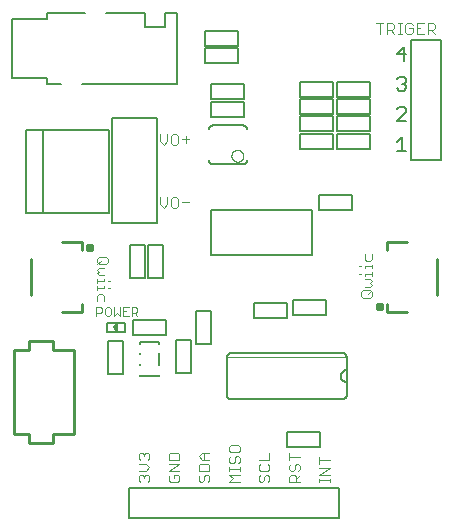
<source format=gbr>
G04 EAGLE Gerber RS-274X export*
G75*
%MOMM*%
%FSLAX34Y34*%
%LPD*%
%AMOC8*
5,1,8,0,0,1.08239X$1,22.5*%
G01*
%ADD10C,0.101600*%
%ADD11C,0.127000*%
%ADD12C,0.076200*%
%ADD13C,0.254000*%
%ADD14C,0.152400*%
%ADD15C,0.050800*%
%ADD16C,0.203200*%
%ADD17C,0.400000*%


D10*
X98292Y32512D02*
X96766Y34037D01*
X96766Y37088D01*
X98292Y38613D01*
X99817Y38613D01*
X101342Y37088D01*
X101342Y35563D01*
X101342Y37088D02*
X102867Y38613D01*
X104393Y38613D01*
X105918Y37088D01*
X105918Y34037D01*
X104393Y32512D01*
X102867Y41867D02*
X96766Y41867D01*
X102867Y41867D02*
X105918Y44918D01*
X102867Y47968D01*
X96766Y47968D01*
X98292Y51222D02*
X96766Y52748D01*
X96766Y55798D01*
X98292Y57324D01*
X99817Y57324D01*
X101342Y55798D01*
X101342Y54273D01*
X101342Y55798D02*
X102867Y57324D01*
X104393Y57324D01*
X105918Y55798D01*
X105918Y52748D01*
X104393Y51222D01*
X122166Y37088D02*
X123692Y38613D01*
X122166Y37088D02*
X122166Y34037D01*
X123692Y32512D01*
X129793Y32512D01*
X131318Y34037D01*
X131318Y37088D01*
X129793Y38613D01*
X126742Y38613D01*
X126742Y35563D01*
X131318Y41867D02*
X122166Y41867D01*
X131318Y47968D01*
X122166Y47968D01*
X122166Y51222D02*
X131318Y51222D01*
X131318Y55798D01*
X129793Y57324D01*
X123692Y57324D01*
X122166Y55798D01*
X122166Y51222D01*
X147566Y37088D02*
X149092Y38613D01*
X147566Y37088D02*
X147566Y34037D01*
X149092Y32512D01*
X150617Y32512D01*
X152142Y34037D01*
X152142Y37088D01*
X153667Y38613D01*
X155193Y38613D01*
X156718Y37088D01*
X156718Y34037D01*
X155193Y32512D01*
X156718Y41867D02*
X147566Y41867D01*
X156718Y41867D02*
X156718Y46443D01*
X155193Y47968D01*
X149092Y47968D01*
X147566Y46443D01*
X147566Y41867D01*
X150617Y51222D02*
X156718Y51222D01*
X150617Y51222D02*
X147566Y54273D01*
X150617Y57324D01*
X156718Y57324D01*
X152142Y57324D02*
X152142Y51222D01*
X173474Y32512D02*
X182626Y32512D01*
X176525Y35563D02*
X173474Y32512D01*
X176525Y35563D02*
X173474Y38613D01*
X182626Y38613D01*
X182626Y41867D02*
X182626Y44918D01*
X182626Y43392D02*
X173474Y43392D01*
X173474Y41867D02*
X173474Y44918D01*
X173474Y52680D02*
X175000Y54205D01*
X173474Y52680D02*
X173474Y49629D01*
X175000Y48104D01*
X176525Y48104D01*
X178050Y49629D01*
X178050Y52680D01*
X179575Y54205D01*
X181101Y54205D01*
X182626Y52680D01*
X182626Y49629D01*
X181101Y48104D01*
X173474Y58984D02*
X173474Y62035D01*
X173474Y58984D02*
X175000Y57459D01*
X181101Y57459D01*
X182626Y58984D01*
X182626Y62035D01*
X181101Y63560D01*
X175000Y63560D01*
X173474Y62035D01*
X198366Y36834D02*
X199892Y38359D01*
X198366Y36834D02*
X198366Y33783D01*
X199892Y32258D01*
X201417Y32258D01*
X202942Y33783D01*
X202942Y36834D01*
X204467Y38359D01*
X205993Y38359D01*
X207518Y36834D01*
X207518Y33783D01*
X205993Y32258D01*
X198366Y46189D02*
X199892Y47714D01*
X198366Y46189D02*
X198366Y43138D01*
X199892Y41613D01*
X205993Y41613D01*
X207518Y43138D01*
X207518Y46189D01*
X205993Y47714D01*
X207518Y50968D02*
X198366Y50968D01*
X207518Y50968D02*
X207518Y57070D01*
X224274Y32258D02*
X233426Y32258D01*
X224274Y32258D02*
X224274Y36834D01*
X225800Y38359D01*
X228850Y38359D01*
X230375Y36834D01*
X230375Y32258D01*
X230375Y35309D02*
X233426Y38359D01*
X224274Y46189D02*
X225800Y47714D01*
X224274Y46189D02*
X224274Y43138D01*
X225800Y41613D01*
X227325Y41613D01*
X228850Y43138D01*
X228850Y46189D01*
X230375Y47714D01*
X231901Y47714D01*
X233426Y46189D01*
X233426Y43138D01*
X231901Y41613D01*
X233426Y54019D02*
X224274Y54019D01*
X224274Y50968D02*
X224274Y57070D01*
X258572Y35309D02*
X258572Y32258D01*
X258572Y33783D02*
X249420Y33783D01*
X249420Y32258D02*
X249420Y35309D01*
X249420Y38495D02*
X258572Y38495D01*
X258572Y44596D02*
X249420Y38495D01*
X249420Y44596D02*
X258572Y44596D01*
X258572Y50901D02*
X249420Y50901D01*
X249420Y53951D02*
X249420Y47850D01*
X69095Y223012D02*
X62993Y223012D01*
X69095Y223012D02*
X70620Y221487D01*
X70620Y218436D01*
X69095Y216911D01*
X62993Y216911D01*
X61468Y218436D01*
X61468Y221487D01*
X62993Y223012D01*
X64519Y219961D02*
X61468Y216911D01*
X62993Y213657D02*
X67569Y213657D01*
X62993Y213657D02*
X61468Y212132D01*
X62993Y210606D01*
X61468Y209081D01*
X62993Y207556D01*
X67569Y207556D01*
X67569Y204302D02*
X67569Y202776D01*
X61468Y202776D01*
X61468Y201251D02*
X61468Y204302D01*
X70620Y202776D02*
X72145Y202776D01*
X67569Y198065D02*
X67569Y196540D01*
X61468Y196540D01*
X61468Y198065D02*
X61468Y195014D01*
X70620Y196540D02*
X72145Y196540D01*
X67569Y190303D02*
X67569Y185727D01*
X67569Y190303D02*
X66044Y191828D01*
X62993Y191828D01*
X61468Y190303D01*
X61468Y185727D01*
X286506Y188468D02*
X292607Y188468D01*
X286506Y188468D02*
X284980Y189993D01*
X284980Y193044D01*
X286506Y194569D01*
X292607Y194569D01*
X294132Y193044D01*
X294132Y189993D01*
X292607Y188468D01*
X291081Y191519D02*
X294132Y194569D01*
X292607Y197823D02*
X288031Y197823D01*
X292607Y197823D02*
X294132Y199348D01*
X292607Y200874D01*
X294132Y202399D01*
X292607Y203924D01*
X288031Y203924D01*
X288031Y207178D02*
X288031Y208704D01*
X294132Y208704D01*
X294132Y210229D02*
X294132Y207178D01*
X284980Y208704D02*
X283455Y208704D01*
X288031Y213415D02*
X288031Y214940D01*
X294132Y214940D01*
X294132Y213415D02*
X294132Y216466D01*
X284980Y214940D02*
X283455Y214940D01*
X288031Y221177D02*
X288031Y225753D01*
X288031Y221177D02*
X289556Y219652D01*
X292607Y219652D01*
X294132Y221177D01*
X294132Y225753D01*
X300739Y411988D02*
X300739Y421140D01*
X303789Y421140D02*
X297688Y421140D01*
X307043Y421140D02*
X307043Y411988D01*
X307043Y421140D02*
X311619Y421140D01*
X313144Y419615D01*
X313144Y416564D01*
X311619Y415039D01*
X307043Y415039D01*
X310094Y415039D02*
X313144Y411988D01*
X316398Y411988D02*
X319449Y411988D01*
X317924Y411988D02*
X317924Y421140D01*
X319449Y421140D02*
X316398Y421140D01*
X327211Y421140D02*
X328736Y419615D01*
X327211Y421140D02*
X324160Y421140D01*
X322635Y419615D01*
X322635Y413513D01*
X324160Y411988D01*
X327211Y411988D01*
X328736Y413513D01*
X328736Y416564D01*
X325686Y416564D01*
X331990Y421140D02*
X338092Y421140D01*
X331990Y421140D02*
X331990Y411988D01*
X338092Y411988D01*
X335041Y416564D02*
X331990Y416564D01*
X341346Y411988D02*
X341346Y421140D01*
X345921Y421140D01*
X347447Y419615D01*
X347447Y416564D01*
X345921Y415039D01*
X341346Y415039D01*
X344396Y415039D02*
X347447Y411988D01*
D11*
X319408Y324495D02*
X315595Y320682D01*
X319408Y324495D02*
X319408Y313055D01*
X315595Y313055D02*
X323222Y313055D01*
X323222Y338455D02*
X315595Y338455D01*
X323222Y346082D01*
X323222Y347988D01*
X321315Y349895D01*
X317502Y349895D01*
X315595Y347988D01*
X315595Y373388D02*
X317502Y375295D01*
X321315Y375295D01*
X323222Y373388D01*
X323222Y371482D01*
X321315Y369575D01*
X319408Y369575D01*
X321315Y369575D02*
X323222Y367668D01*
X323222Y365762D01*
X321315Y363855D01*
X317502Y363855D01*
X315595Y365762D01*
X321315Y389255D02*
X321315Y400695D01*
X315595Y394975D01*
X323222Y394975D01*
D10*
X114808Y327160D02*
X114808Y321059D01*
X117859Y318008D01*
X120909Y321059D01*
X120909Y327160D01*
X125688Y327160D02*
X128739Y327160D01*
X125688Y327160D02*
X124163Y325635D01*
X124163Y319533D01*
X125688Y318008D01*
X128739Y318008D01*
X130264Y319533D01*
X130264Y325635D01*
X128739Y327160D01*
X133518Y322584D02*
X139620Y322584D01*
X136569Y325635D02*
X136569Y319533D01*
X114808Y273820D02*
X114808Y267719D01*
X117859Y264668D01*
X120909Y267719D01*
X120909Y273820D01*
X125688Y273820D02*
X128739Y273820D01*
X125688Y273820D02*
X124163Y272295D01*
X124163Y266193D01*
X125688Y264668D01*
X128739Y264668D01*
X130264Y266193D01*
X130264Y272295D01*
X128739Y273820D01*
X133518Y269244D02*
X139620Y269244D01*
D12*
X60833Y180473D02*
X60833Y173101D01*
X60833Y180473D02*
X64519Y180473D01*
X65748Y179245D01*
X65748Y176787D01*
X64519Y175558D01*
X60833Y175558D01*
X69546Y180473D02*
X72003Y180473D01*
X69546Y180473D02*
X68317Y179245D01*
X68317Y174330D01*
X69546Y173101D01*
X72003Y173101D01*
X73232Y174330D01*
X73232Y179245D01*
X72003Y180473D01*
X75801Y180473D02*
X75801Y173101D01*
X78259Y175558D01*
X80716Y173101D01*
X80716Y180473D01*
X83285Y180473D02*
X88200Y180473D01*
X83285Y180473D02*
X83285Y173101D01*
X88200Y173101D01*
X85743Y176787D02*
X83285Y176787D01*
X90770Y173101D02*
X90770Y180473D01*
X94456Y180473D01*
X95684Y179245D01*
X95684Y176787D01*
X94456Y175558D01*
X90770Y175558D01*
X93227Y175558D02*
X95684Y173101D01*
D13*
X42404Y144484D02*
X42404Y73364D01*
X24624Y73364D01*
X24624Y65744D01*
X4304Y65744D01*
X4304Y73364D01*
X-8396Y73364D01*
X-8396Y144484D01*
X4304Y144484D01*
X4304Y152104D01*
X24624Y152104D01*
X24624Y144484D01*
X42404Y144484D01*
D11*
X-10896Y374542D02*
X-10896Y424542D01*
X129104Y429542D02*
X129104Y369542D01*
X104Y374542D02*
X-10896Y374542D01*
X-10896Y424542D02*
X19104Y424542D01*
X19104Y369542D02*
X31104Y369542D01*
X19104Y424542D02*
X19104Y429542D01*
X51104Y429542D01*
X49104Y369542D02*
X129104Y369542D01*
X129104Y429542D02*
X119104Y429542D01*
X102104Y429542D02*
X69104Y429542D01*
D14*
X119104Y429542D02*
X119104Y417542D01*
X102104Y417542D01*
X102104Y429542D01*
D11*
X19104Y373542D02*
X19104Y369542D01*
X19104Y373542D02*
X19104Y374542D01*
X104Y374542D01*
D14*
X175182Y102796D02*
X269162Y102796D01*
X175182Y141912D02*
X175060Y141910D01*
X174938Y141904D01*
X174816Y141894D01*
X174695Y141881D01*
X174574Y141863D01*
X174454Y141842D01*
X174334Y141816D01*
X174216Y141787D01*
X174098Y141755D01*
X173981Y141718D01*
X173866Y141678D01*
X173752Y141634D01*
X173640Y141586D01*
X173529Y141535D01*
X173420Y141480D01*
X173312Y141422D01*
X173207Y141360D01*
X173104Y141295D01*
X173002Y141227D01*
X172903Y141155D01*
X172807Y141081D01*
X172712Y141003D01*
X172621Y140922D01*
X172531Y140839D01*
X172445Y140753D01*
X172362Y140663D01*
X172281Y140572D01*
X172203Y140477D01*
X172129Y140381D01*
X172057Y140282D01*
X171989Y140180D01*
X171924Y140077D01*
X171862Y139972D01*
X171804Y139864D01*
X171749Y139755D01*
X171698Y139644D01*
X171650Y139532D01*
X171606Y139418D01*
X171566Y139303D01*
X171529Y139186D01*
X171497Y139068D01*
X171468Y138950D01*
X171442Y138830D01*
X171421Y138710D01*
X171403Y138589D01*
X171390Y138468D01*
X171380Y138346D01*
X171374Y138224D01*
X171372Y138102D01*
X269162Y102796D02*
X269284Y102798D01*
X269406Y102804D01*
X269528Y102814D01*
X269649Y102827D01*
X269770Y102845D01*
X269890Y102866D01*
X270010Y102892D01*
X270128Y102921D01*
X270246Y102953D01*
X270363Y102990D01*
X270478Y103030D01*
X270592Y103074D01*
X270704Y103122D01*
X270815Y103173D01*
X270924Y103228D01*
X271032Y103286D01*
X271137Y103348D01*
X271240Y103413D01*
X271342Y103481D01*
X271441Y103553D01*
X271537Y103627D01*
X271632Y103705D01*
X271723Y103786D01*
X271813Y103869D01*
X271899Y103955D01*
X271982Y104045D01*
X272063Y104136D01*
X272141Y104231D01*
X272215Y104327D01*
X272287Y104426D01*
X272355Y104528D01*
X272420Y104631D01*
X272482Y104736D01*
X272540Y104844D01*
X272595Y104953D01*
X272646Y105064D01*
X272694Y105176D01*
X272738Y105290D01*
X272778Y105405D01*
X272815Y105522D01*
X272847Y105640D01*
X272876Y105758D01*
X272902Y105878D01*
X272923Y105998D01*
X272941Y106119D01*
X272954Y106240D01*
X272964Y106362D01*
X272970Y106484D01*
X272972Y106606D01*
X175182Y102796D02*
X175060Y102798D01*
X174938Y102804D01*
X174816Y102814D01*
X174695Y102827D01*
X174574Y102845D01*
X174454Y102866D01*
X174334Y102892D01*
X174216Y102921D01*
X174098Y102953D01*
X173981Y102990D01*
X173866Y103030D01*
X173752Y103074D01*
X173640Y103122D01*
X173529Y103173D01*
X173420Y103228D01*
X173312Y103286D01*
X173207Y103348D01*
X173104Y103413D01*
X173002Y103481D01*
X172903Y103553D01*
X172807Y103627D01*
X172712Y103705D01*
X172621Y103786D01*
X172531Y103869D01*
X172445Y103955D01*
X172362Y104045D01*
X172281Y104136D01*
X172203Y104231D01*
X172129Y104327D01*
X172057Y104426D01*
X171989Y104528D01*
X171924Y104631D01*
X171862Y104736D01*
X171804Y104844D01*
X171749Y104953D01*
X171698Y105064D01*
X171650Y105176D01*
X171606Y105290D01*
X171566Y105405D01*
X171529Y105522D01*
X171497Y105640D01*
X171468Y105758D01*
X171442Y105878D01*
X171421Y105998D01*
X171403Y106119D01*
X171390Y106240D01*
X171380Y106362D01*
X171374Y106484D01*
X171372Y106606D01*
X269162Y141912D02*
X269284Y141910D01*
X269406Y141904D01*
X269528Y141894D01*
X269649Y141881D01*
X269770Y141863D01*
X269890Y141842D01*
X270010Y141816D01*
X270128Y141787D01*
X270246Y141755D01*
X270363Y141718D01*
X270478Y141678D01*
X270592Y141634D01*
X270704Y141586D01*
X270815Y141535D01*
X270924Y141480D01*
X271032Y141422D01*
X271137Y141360D01*
X271240Y141295D01*
X271342Y141227D01*
X271441Y141155D01*
X271537Y141081D01*
X271632Y141003D01*
X271723Y140922D01*
X271813Y140839D01*
X271899Y140753D01*
X271982Y140663D01*
X272063Y140572D01*
X272141Y140477D01*
X272215Y140381D01*
X272287Y140282D01*
X272355Y140180D01*
X272420Y140077D01*
X272482Y139972D01*
X272540Y139864D01*
X272595Y139755D01*
X272646Y139644D01*
X272694Y139532D01*
X272738Y139418D01*
X272778Y139303D01*
X272815Y139186D01*
X272847Y139068D01*
X272876Y138950D01*
X272902Y138830D01*
X272923Y138710D01*
X272941Y138589D01*
X272954Y138468D01*
X272964Y138346D01*
X272970Y138224D01*
X272972Y138102D01*
X269162Y141912D02*
X175182Y141912D01*
X171372Y138102D02*
X171372Y106606D01*
X272972Y106606D02*
X272972Y138102D01*
X272972Y127434D02*
X272831Y127432D01*
X272690Y127426D01*
X272549Y127416D01*
X272408Y127403D01*
X272268Y127385D01*
X272129Y127363D01*
X271990Y127338D01*
X271851Y127309D01*
X271714Y127276D01*
X271578Y127239D01*
X271443Y127198D01*
X271308Y127154D01*
X271176Y127106D01*
X271044Y127054D01*
X270914Y126999D01*
X270786Y126940D01*
X270659Y126877D01*
X270535Y126811D01*
X270412Y126742D01*
X270291Y126669D01*
X270172Y126593D01*
X270055Y126513D01*
X269941Y126430D01*
X269828Y126345D01*
X269719Y126256D01*
X269611Y126164D01*
X269507Y126069D01*
X269405Y125971D01*
X269306Y125870D01*
X269209Y125767D01*
X269116Y125661D01*
X269026Y125553D01*
X268938Y125442D01*
X268854Y125329D01*
X268773Y125213D01*
X268695Y125095D01*
X268620Y124975D01*
X268549Y124853D01*
X268481Y124729D01*
X268417Y124603D01*
X268356Y124476D01*
X268299Y124347D01*
X268246Y124216D01*
X268196Y124084D01*
X268149Y123951D01*
X268107Y123816D01*
X268068Y123680D01*
X268033Y123543D01*
X268002Y123406D01*
X267975Y123267D01*
X267951Y123128D01*
X267932Y122988D01*
X267916Y122848D01*
X267904Y122707D01*
X267896Y122566D01*
X267892Y122425D01*
X267892Y122283D01*
X267896Y122142D01*
X267904Y122001D01*
X267916Y121860D01*
X267932Y121720D01*
X267951Y121580D01*
X267975Y121441D01*
X268002Y121302D01*
X268033Y121165D01*
X268068Y121028D01*
X268107Y120892D01*
X268149Y120757D01*
X268196Y120624D01*
X268246Y120492D01*
X268299Y120361D01*
X268356Y120232D01*
X268417Y120105D01*
X268481Y119979D01*
X268549Y119855D01*
X268620Y119733D01*
X268695Y119613D01*
X268773Y119495D01*
X268854Y119379D01*
X268938Y119266D01*
X269026Y119155D01*
X269116Y119047D01*
X269209Y118941D01*
X269306Y118838D01*
X269405Y118737D01*
X269507Y118639D01*
X269611Y118544D01*
X269719Y118452D01*
X269828Y118363D01*
X269941Y118278D01*
X270055Y118195D01*
X270172Y118115D01*
X270291Y118039D01*
X270412Y117966D01*
X270535Y117897D01*
X270659Y117831D01*
X270786Y117768D01*
X270914Y117709D01*
X271044Y117654D01*
X271176Y117602D01*
X271308Y117554D01*
X271443Y117510D01*
X271578Y117469D01*
X271714Y117432D01*
X271851Y117399D01*
X271990Y117370D01*
X272129Y117345D01*
X272268Y117323D01*
X272408Y117305D01*
X272549Y117292D01*
X272690Y117282D01*
X272831Y117276D01*
X272972Y117274D01*
D15*
X272972Y138356D02*
X171372Y138356D01*
D16*
X157704Y262582D02*
X243804Y262582D01*
X243804Y257582D01*
X243804Y224582D01*
X157704Y224582D02*
X157704Y257582D01*
X157704Y262582D01*
X157704Y224582D02*
X243804Y224582D01*
D14*
X185368Y334332D02*
X159368Y334332D01*
X159368Y301832D02*
X185368Y301832D01*
X156118Y331082D02*
X156120Y331193D01*
X156126Y331304D01*
X156135Y331414D01*
X156148Y331525D01*
X156165Y331634D01*
X156186Y331743D01*
X156210Y331851D01*
X156239Y331959D01*
X156270Y332065D01*
X156306Y332170D01*
X156345Y332274D01*
X156387Y332377D01*
X156433Y332478D01*
X156482Y332577D01*
X156535Y332675D01*
X156591Y332771D01*
X156650Y332864D01*
X156713Y332956D01*
X156778Y333046D01*
X156847Y333133D01*
X156918Y333218D01*
X156993Y333300D01*
X157070Y333380D01*
X157150Y333457D01*
X157232Y333532D01*
X157317Y333603D01*
X157404Y333672D01*
X157494Y333737D01*
X157586Y333800D01*
X157679Y333859D01*
X157775Y333915D01*
X157873Y333968D01*
X157972Y334017D01*
X158073Y334063D01*
X158176Y334105D01*
X158280Y334144D01*
X158385Y334180D01*
X158491Y334211D01*
X158599Y334240D01*
X158707Y334264D01*
X158816Y334285D01*
X158925Y334302D01*
X159036Y334315D01*
X159146Y334324D01*
X159257Y334330D01*
X159368Y334332D01*
X156118Y305082D02*
X156120Y304971D01*
X156126Y304860D01*
X156135Y304750D01*
X156148Y304639D01*
X156165Y304530D01*
X156186Y304421D01*
X156210Y304313D01*
X156239Y304205D01*
X156270Y304099D01*
X156306Y303994D01*
X156345Y303890D01*
X156387Y303787D01*
X156433Y303686D01*
X156482Y303587D01*
X156535Y303489D01*
X156591Y303393D01*
X156650Y303300D01*
X156713Y303208D01*
X156778Y303118D01*
X156847Y303031D01*
X156918Y302946D01*
X156993Y302864D01*
X157070Y302784D01*
X157150Y302707D01*
X157232Y302632D01*
X157317Y302561D01*
X157404Y302492D01*
X157494Y302427D01*
X157586Y302364D01*
X157679Y302305D01*
X157775Y302249D01*
X157873Y302196D01*
X157972Y302147D01*
X158073Y302101D01*
X158176Y302059D01*
X158280Y302020D01*
X158385Y301984D01*
X158491Y301953D01*
X158599Y301924D01*
X158707Y301900D01*
X158816Y301879D01*
X158925Y301862D01*
X159036Y301849D01*
X159146Y301840D01*
X159257Y301834D01*
X159368Y301832D01*
X185368Y301832D02*
X185479Y301834D01*
X185590Y301840D01*
X185700Y301849D01*
X185811Y301862D01*
X185920Y301879D01*
X186029Y301900D01*
X186137Y301924D01*
X186245Y301953D01*
X186351Y301984D01*
X186456Y302020D01*
X186560Y302059D01*
X186663Y302101D01*
X186764Y302147D01*
X186863Y302196D01*
X186961Y302249D01*
X187057Y302305D01*
X187150Y302364D01*
X187242Y302427D01*
X187332Y302492D01*
X187419Y302561D01*
X187504Y302632D01*
X187586Y302707D01*
X187666Y302784D01*
X187743Y302864D01*
X187818Y302946D01*
X187889Y303031D01*
X187958Y303118D01*
X188023Y303208D01*
X188086Y303300D01*
X188145Y303393D01*
X188201Y303489D01*
X188254Y303587D01*
X188303Y303686D01*
X188349Y303787D01*
X188391Y303890D01*
X188430Y303994D01*
X188466Y304099D01*
X188497Y304205D01*
X188526Y304313D01*
X188550Y304421D01*
X188571Y304530D01*
X188588Y304639D01*
X188601Y304750D01*
X188610Y304860D01*
X188616Y304971D01*
X188618Y305082D01*
X188618Y331082D02*
X188616Y331193D01*
X188610Y331304D01*
X188601Y331414D01*
X188588Y331525D01*
X188571Y331634D01*
X188550Y331743D01*
X188526Y331851D01*
X188497Y331959D01*
X188466Y332065D01*
X188430Y332170D01*
X188391Y332274D01*
X188349Y332377D01*
X188303Y332478D01*
X188254Y332577D01*
X188201Y332675D01*
X188145Y332771D01*
X188086Y332864D01*
X188023Y332956D01*
X187958Y333046D01*
X187889Y333133D01*
X187818Y333218D01*
X187743Y333300D01*
X187666Y333380D01*
X187586Y333457D01*
X187504Y333532D01*
X187419Y333603D01*
X187332Y333672D01*
X187242Y333737D01*
X187150Y333800D01*
X187057Y333859D01*
X186961Y333915D01*
X186863Y333968D01*
X186764Y334017D01*
X186663Y334063D01*
X186560Y334105D01*
X186456Y334144D01*
X186351Y334180D01*
X186245Y334211D01*
X186137Y334240D01*
X186029Y334264D01*
X185920Y334285D01*
X185811Y334302D01*
X185700Y334315D01*
X185590Y334324D01*
X185479Y334330D01*
X185368Y334332D01*
D15*
X175264Y308636D02*
X175266Y308777D01*
X175272Y308918D01*
X175282Y309058D01*
X175296Y309198D01*
X175314Y309338D01*
X175335Y309477D01*
X175361Y309616D01*
X175390Y309754D01*
X175424Y309890D01*
X175461Y310026D01*
X175502Y310161D01*
X175547Y310295D01*
X175596Y310427D01*
X175648Y310558D01*
X175704Y310687D01*
X175764Y310814D01*
X175827Y310940D01*
X175893Y311064D01*
X175964Y311187D01*
X176037Y311307D01*
X176114Y311425D01*
X176194Y311541D01*
X176278Y311654D01*
X176364Y311765D01*
X176454Y311874D01*
X176547Y311980D01*
X176642Y312083D01*
X176741Y312184D01*
X176842Y312282D01*
X176946Y312377D01*
X177053Y312469D01*
X177162Y312558D01*
X177274Y312643D01*
X177388Y312726D01*
X177504Y312806D01*
X177623Y312882D01*
X177744Y312954D01*
X177866Y313024D01*
X177991Y313089D01*
X178117Y313152D01*
X178245Y313210D01*
X178375Y313265D01*
X178506Y313317D01*
X178639Y313364D01*
X178773Y313408D01*
X178908Y313449D01*
X179044Y313485D01*
X179181Y313517D01*
X179319Y313546D01*
X179457Y313571D01*
X179597Y313591D01*
X179737Y313608D01*
X179877Y313621D01*
X180018Y313630D01*
X180158Y313635D01*
X180299Y313636D01*
X180440Y313633D01*
X180581Y313626D01*
X180721Y313615D01*
X180861Y313600D01*
X181001Y313581D01*
X181140Y313559D01*
X181278Y313532D01*
X181416Y313502D01*
X181552Y313467D01*
X181688Y313429D01*
X181822Y313387D01*
X181956Y313341D01*
X182088Y313292D01*
X182218Y313238D01*
X182347Y313181D01*
X182474Y313121D01*
X182600Y313057D01*
X182723Y312989D01*
X182845Y312918D01*
X182965Y312844D01*
X183082Y312766D01*
X183197Y312685D01*
X183310Y312601D01*
X183421Y312514D01*
X183529Y312423D01*
X183634Y312330D01*
X183737Y312233D01*
X183837Y312134D01*
X183934Y312032D01*
X184028Y311927D01*
X184119Y311820D01*
X184207Y311710D01*
X184292Y311598D01*
X184374Y311483D01*
X184453Y311366D01*
X184528Y311247D01*
X184600Y311126D01*
X184668Y311003D01*
X184733Y310878D01*
X184795Y310751D01*
X184852Y310622D01*
X184907Y310492D01*
X184957Y310361D01*
X185004Y310228D01*
X185047Y310094D01*
X185086Y309958D01*
X185121Y309822D01*
X185153Y309685D01*
X185180Y309547D01*
X185204Y309408D01*
X185224Y309268D01*
X185240Y309128D01*
X185252Y308988D01*
X185260Y308847D01*
X185264Y308706D01*
X185264Y308566D01*
X185260Y308425D01*
X185252Y308284D01*
X185240Y308144D01*
X185224Y308004D01*
X185204Y307864D01*
X185180Y307725D01*
X185153Y307587D01*
X185121Y307450D01*
X185086Y307314D01*
X185047Y307178D01*
X185004Y307044D01*
X184957Y306911D01*
X184907Y306780D01*
X184852Y306650D01*
X184795Y306521D01*
X184733Y306394D01*
X184668Y306269D01*
X184600Y306146D01*
X184528Y306025D01*
X184453Y305906D01*
X184374Y305789D01*
X184292Y305674D01*
X184207Y305562D01*
X184119Y305452D01*
X184028Y305345D01*
X183934Y305240D01*
X183837Y305138D01*
X183737Y305039D01*
X183634Y304942D01*
X183529Y304849D01*
X183421Y304758D01*
X183310Y304671D01*
X183197Y304587D01*
X183082Y304506D01*
X182965Y304428D01*
X182845Y304354D01*
X182723Y304283D01*
X182600Y304215D01*
X182474Y304151D01*
X182347Y304091D01*
X182218Y304034D01*
X182088Y303980D01*
X181956Y303931D01*
X181822Y303885D01*
X181688Y303843D01*
X181552Y303805D01*
X181416Y303770D01*
X181278Y303740D01*
X181140Y303713D01*
X181001Y303691D01*
X180861Y303672D01*
X180721Y303657D01*
X180581Y303646D01*
X180440Y303639D01*
X180299Y303636D01*
X180158Y303637D01*
X180018Y303642D01*
X179877Y303651D01*
X179737Y303664D01*
X179597Y303681D01*
X179457Y303701D01*
X179319Y303726D01*
X179181Y303755D01*
X179044Y303787D01*
X178908Y303823D01*
X178773Y303864D01*
X178639Y303908D01*
X178506Y303955D01*
X178375Y304007D01*
X178245Y304062D01*
X178117Y304120D01*
X177991Y304183D01*
X177866Y304248D01*
X177744Y304318D01*
X177623Y304390D01*
X177504Y304466D01*
X177388Y304546D01*
X177274Y304629D01*
X177162Y304714D01*
X177053Y304803D01*
X176946Y304895D01*
X176842Y304990D01*
X176741Y305088D01*
X176642Y305189D01*
X176547Y305292D01*
X176454Y305398D01*
X176364Y305507D01*
X176278Y305618D01*
X176194Y305731D01*
X176114Y305847D01*
X176037Y305965D01*
X175964Y306085D01*
X175893Y306208D01*
X175827Y306332D01*
X175764Y306458D01*
X175704Y306585D01*
X175648Y306714D01*
X175596Y306845D01*
X175547Y306977D01*
X175502Y307111D01*
X175461Y307246D01*
X175424Y307382D01*
X175390Y307518D01*
X175361Y307656D01*
X175335Y307795D01*
X175314Y307934D01*
X175296Y308074D01*
X175282Y308214D01*
X175272Y308354D01*
X175266Y308495D01*
X175264Y308636D01*
D14*
X114104Y121832D02*
X97896Y121832D01*
X97896Y150832D02*
X114104Y150832D01*
X114104Y141556D02*
X114104Y131108D01*
X97896Y140608D02*
X97896Y141556D01*
X97896Y132056D02*
X97896Y131108D01*
X97896Y149608D02*
X97896Y150832D01*
X97896Y123056D02*
X97896Y121832D01*
X114104Y121832D02*
X114104Y123056D01*
X114104Y149608D02*
X114104Y150832D01*
D11*
X71000Y152190D02*
X71000Y124250D01*
X71000Y152190D02*
X83700Y152190D01*
X83700Y124250D01*
X71000Y124250D01*
X233340Y342188D02*
X261280Y342188D01*
X261280Y329488D01*
X233340Y329488D01*
X233340Y342188D01*
X127966Y152314D02*
X127966Y124374D01*
X127966Y152314D02*
X140666Y152314D01*
X140666Y124374D01*
X127966Y124374D01*
X194224Y183946D02*
X222164Y183946D01*
X222164Y171246D01*
X194224Y171246D01*
X194224Y183946D01*
X249260Y263094D02*
X277200Y263094D01*
X249260Y263094D02*
X249260Y275794D01*
X277200Y275794D01*
X277200Y263094D01*
X186014Y341326D02*
X158074Y341326D01*
X158074Y354026D01*
X186014Y354026D01*
X186014Y341326D01*
X104306Y233350D02*
X104306Y205410D01*
X104306Y233350D02*
X117006Y233350D01*
X117006Y205410D01*
X104306Y205410D01*
X89066Y205410D02*
X89066Y233350D01*
X101766Y233350D01*
X101766Y205410D01*
X89066Y205410D01*
D17*
X299186Y181000D02*
X299188Y181075D01*
X299194Y181149D01*
X299204Y181223D01*
X299217Y181296D01*
X299235Y181369D01*
X299256Y181440D01*
X299281Y181511D01*
X299310Y181580D01*
X299343Y181647D01*
X299379Y181712D01*
X299418Y181776D01*
X299460Y181837D01*
X299506Y181896D01*
X299555Y181953D01*
X299607Y182006D01*
X299661Y182057D01*
X299718Y182106D01*
X299778Y182150D01*
X299840Y182192D01*
X299904Y182231D01*
X299970Y182266D01*
X300037Y182297D01*
X300107Y182325D01*
X300177Y182349D01*
X300249Y182370D01*
X300322Y182386D01*
X300395Y182399D01*
X300470Y182408D01*
X300544Y182413D01*
X300619Y182414D01*
X300693Y182411D01*
X300768Y182404D01*
X300841Y182393D01*
X300915Y182379D01*
X300987Y182360D01*
X301058Y182338D01*
X301128Y182312D01*
X301197Y182282D01*
X301263Y182249D01*
X301328Y182212D01*
X301391Y182172D01*
X301452Y182128D01*
X301510Y182082D01*
X301566Y182032D01*
X301619Y181980D01*
X301670Y181925D01*
X301717Y181867D01*
X301761Y181807D01*
X301802Y181744D01*
X301840Y181680D01*
X301874Y181614D01*
X301905Y181545D01*
X301932Y181476D01*
X301955Y181405D01*
X301974Y181333D01*
X301990Y181260D01*
X302002Y181186D01*
X302010Y181112D01*
X302014Y181037D01*
X302014Y180963D01*
X302010Y180888D01*
X302002Y180814D01*
X301990Y180740D01*
X301974Y180667D01*
X301955Y180595D01*
X301932Y180524D01*
X301905Y180455D01*
X301874Y180386D01*
X301840Y180320D01*
X301802Y180256D01*
X301761Y180193D01*
X301717Y180133D01*
X301670Y180075D01*
X301619Y180020D01*
X301566Y179968D01*
X301510Y179918D01*
X301452Y179872D01*
X301391Y179828D01*
X301328Y179788D01*
X301263Y179751D01*
X301197Y179718D01*
X301128Y179688D01*
X301058Y179662D01*
X300987Y179640D01*
X300915Y179621D01*
X300841Y179607D01*
X300768Y179596D01*
X300693Y179589D01*
X300619Y179586D01*
X300544Y179587D01*
X300470Y179592D01*
X300395Y179601D01*
X300322Y179614D01*
X300249Y179630D01*
X300177Y179651D01*
X300107Y179675D01*
X300037Y179703D01*
X299970Y179734D01*
X299904Y179769D01*
X299840Y179808D01*
X299778Y179850D01*
X299718Y179894D01*
X299661Y179943D01*
X299607Y179994D01*
X299555Y180047D01*
X299506Y180104D01*
X299460Y180163D01*
X299418Y180224D01*
X299379Y180288D01*
X299343Y180353D01*
X299310Y180420D01*
X299281Y180489D01*
X299256Y180560D01*
X299235Y180631D01*
X299217Y180704D01*
X299204Y180777D01*
X299194Y180851D01*
X299188Y180925D01*
X299186Y181000D01*
D13*
X349600Y191000D02*
X349600Y221000D01*
X323600Y176000D02*
X307100Y176000D01*
X307100Y228500D02*
X307100Y236000D01*
X323600Y236000D01*
X307100Y183500D02*
X307100Y176000D01*
D17*
X53586Y231000D02*
X53588Y231075D01*
X53594Y231149D01*
X53604Y231223D01*
X53617Y231296D01*
X53635Y231369D01*
X53656Y231440D01*
X53681Y231511D01*
X53710Y231580D01*
X53743Y231647D01*
X53779Y231712D01*
X53818Y231776D01*
X53860Y231837D01*
X53906Y231896D01*
X53955Y231953D01*
X54007Y232006D01*
X54061Y232057D01*
X54118Y232106D01*
X54178Y232150D01*
X54240Y232192D01*
X54304Y232231D01*
X54370Y232266D01*
X54437Y232297D01*
X54507Y232325D01*
X54577Y232349D01*
X54649Y232370D01*
X54722Y232386D01*
X54795Y232399D01*
X54870Y232408D01*
X54944Y232413D01*
X55019Y232414D01*
X55093Y232411D01*
X55168Y232404D01*
X55241Y232393D01*
X55315Y232379D01*
X55387Y232360D01*
X55458Y232338D01*
X55528Y232312D01*
X55597Y232282D01*
X55663Y232249D01*
X55728Y232212D01*
X55791Y232172D01*
X55852Y232128D01*
X55910Y232082D01*
X55966Y232032D01*
X56019Y231980D01*
X56070Y231925D01*
X56117Y231867D01*
X56161Y231807D01*
X56202Y231744D01*
X56240Y231680D01*
X56274Y231614D01*
X56305Y231545D01*
X56332Y231476D01*
X56355Y231405D01*
X56374Y231333D01*
X56390Y231260D01*
X56402Y231186D01*
X56410Y231112D01*
X56414Y231037D01*
X56414Y230963D01*
X56410Y230888D01*
X56402Y230814D01*
X56390Y230740D01*
X56374Y230667D01*
X56355Y230595D01*
X56332Y230524D01*
X56305Y230455D01*
X56274Y230386D01*
X56240Y230320D01*
X56202Y230256D01*
X56161Y230193D01*
X56117Y230133D01*
X56070Y230075D01*
X56019Y230020D01*
X55966Y229968D01*
X55910Y229918D01*
X55852Y229872D01*
X55791Y229828D01*
X55728Y229788D01*
X55663Y229751D01*
X55597Y229718D01*
X55528Y229688D01*
X55458Y229662D01*
X55387Y229640D01*
X55315Y229621D01*
X55241Y229607D01*
X55168Y229596D01*
X55093Y229589D01*
X55019Y229586D01*
X54944Y229587D01*
X54870Y229592D01*
X54795Y229601D01*
X54722Y229614D01*
X54649Y229630D01*
X54577Y229651D01*
X54507Y229675D01*
X54437Y229703D01*
X54370Y229734D01*
X54304Y229769D01*
X54240Y229808D01*
X54178Y229850D01*
X54118Y229894D01*
X54061Y229943D01*
X54007Y229994D01*
X53955Y230047D01*
X53906Y230104D01*
X53860Y230163D01*
X53818Y230224D01*
X53779Y230288D01*
X53743Y230353D01*
X53710Y230420D01*
X53681Y230489D01*
X53656Y230560D01*
X53635Y230631D01*
X53617Y230704D01*
X53604Y230777D01*
X53594Y230851D01*
X53588Y230925D01*
X53586Y231000D01*
D13*
X6000Y221000D02*
X6000Y191000D01*
X32000Y236000D02*
X48500Y236000D01*
X48500Y183500D02*
X48500Y176000D01*
X32000Y176000D01*
X48500Y228500D02*
X48500Y236000D01*
D11*
X222174Y74764D02*
X250114Y74764D01*
X250114Y62064D01*
X222174Y62064D01*
X222174Y74764D01*
X264702Y314770D02*
X292642Y314770D01*
X264702Y314770D02*
X264702Y327470D01*
X292642Y327470D01*
X292642Y314770D01*
X261422Y327464D02*
X233482Y327464D01*
X261422Y327464D02*
X261422Y314764D01*
X233482Y314764D01*
X233482Y327464D01*
X264724Y342196D02*
X292664Y342196D01*
X292664Y329496D01*
X264724Y329496D01*
X264724Y342196D01*
X261168Y356674D02*
X233228Y356674D01*
X261168Y356674D02*
X261168Y343974D01*
X233228Y343974D01*
X233228Y356674D01*
X233228Y371152D02*
X261168Y371152D01*
X261168Y358452D01*
X233228Y358452D01*
X233228Y371152D01*
X264978Y356674D02*
X292918Y356674D01*
X292918Y343974D01*
X264978Y343974D01*
X264978Y356674D01*
X264978Y371152D02*
X292918Y371152D01*
X292918Y358452D01*
X264978Y358452D01*
X264978Y371152D01*
X181158Y399854D02*
X153218Y399854D01*
X181158Y399854D02*
X181158Y387154D01*
X153218Y387154D01*
X153218Y399854D01*
X152964Y414586D02*
X180904Y414586D01*
X180904Y401886D01*
X152964Y401886D01*
X152964Y414586D01*
X119944Y169730D02*
X92004Y169730D01*
X119944Y169730D02*
X119944Y157030D01*
X92004Y157030D01*
X92004Y169730D01*
X85526Y159380D02*
X69526Y159380D01*
X69526Y167380D01*
X85526Y167380D01*
X85526Y159380D01*
X78796Y159570D02*
X78796Y167190D01*
X77526Y165285D01*
X76256Y163380D01*
X77526Y161475D01*
X78796Y159570D01*
X78161Y160840D02*
X78161Y165920D01*
X77526Y165285D02*
X77526Y161475D01*
X327152Y305054D02*
X352552Y305054D01*
X327152Y305054D02*
X327152Y406654D01*
X352552Y406654D01*
X352552Y305054D01*
X71338Y330286D02*
X15338Y330286D01*
X1338Y330286D01*
X1338Y260286D01*
X15338Y260286D01*
X71338Y260286D01*
X71338Y330286D01*
X15338Y330286D02*
X15338Y260286D01*
X88900Y27700D02*
X88900Y2300D01*
X88900Y27700D02*
X266700Y27700D01*
X266700Y2300D01*
X88900Y2300D01*
X73962Y251804D02*
X73962Y340704D01*
X112062Y340704D01*
X112062Y251804D01*
X73962Y251804D01*
X227584Y174244D02*
X255524Y174244D01*
X227584Y174244D02*
X227584Y186944D01*
X255524Y186944D01*
X255524Y174244D01*
X158242Y177546D02*
X158242Y149606D01*
X145542Y149606D01*
X145542Y177546D01*
X158242Y177546D01*
X157988Y356362D02*
X185928Y356362D01*
X157988Y356362D02*
X157988Y369062D01*
X185928Y369062D01*
X185928Y356362D01*
M02*

</source>
